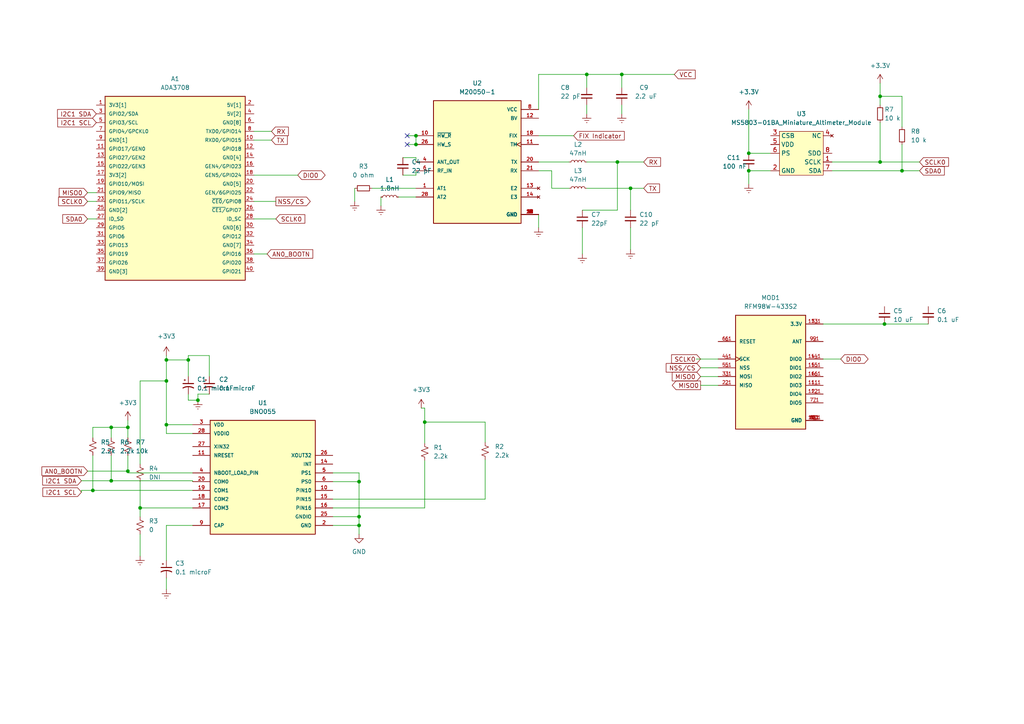
<source format=kicad_sch>
(kicad_sch (version 20211123) (generator eeschema)
  (paper "A4")
  (title_block (date "2022-09-18") (rev "v01") (comment 1 "Hong-Ye Wang") (comment 2 "Neutro") (comment 3 "Testing"))
  (lib_symbols
    (symbol "C_Small_1" (pin_numbers hide) (pin_names (offset 0.254) hide)
      (property "Reference" "C" (at 0.254 1.778 0))
      (property "Value" "C_Small_1" (at 0.254 -2.032 0))
      (symbol "C_Small_1_0_1"
        (polyline (pts (xy -1.524 -0.508) (xy 1.524 -0.508)) (stroke (width 0.3302)))
        (polyline (pts (xy -1.524 0.508) (xy 1.524 0.508)) (stroke (width 0.3048)))
      )
      (symbol "C_Small_1_1_1"
        (pin passive line (at 0 2.54 270) (length 2.032) (name "~") (number "1"))
        (pin passive line (at 0 -2.54 90) (length 2.032) (name "~") (number "2"))
      )
    )
    (symbol "Device:C_Polarized_Small_US" (pin_numbers hide) (pin_names (offset 0.254) hide)
      (property "Reference" "C" (at 0.254 1.778 0))
      (property "Value" "C_Polarized_Small_US" (at 0.254 -2.032 0))
      (symbol "C_Polarized_Small_US_0_1"
        (polyline (pts (xy -1.524 0.508) (xy 1.524 0.508)) (stroke (width 0.3048)))
        (polyline (pts (xy -1.27 1.524) (xy -0.762 1.524)))
        (polyline (pts (xy -1.016 1.27) (xy -1.016 1.778)))
        (arc (start 1.524 -0.762) (mid 0 -0.3734) (end -1.524 -0.762) (stroke (width 0.3048)))
      )
      (symbol "C_Polarized_Small_US_1_1"
        (pin passive line (at 0 2.54 270) (length 2.032) (name "~") (number "1"))
        (pin passive line (at 0 -2.54 90) (length 2.032) (name "~") (number "2"))
      )
    )
    (symbol "Device:C_Small" (pin_numbers hide) (pin_names (offset 0.254) hide)
      (property "Reference" "C" (at 0.254 1.778 0))
      (property "Value" "C_Small" (at 0.254 -2.032 0))
      (symbol "C_Small_0_1"
        (polyline (pts (xy -1.524 -0.508) (xy 1.524 -0.508)) (stroke (width 0.3302)))
        (polyline (pts (xy -1.524 0.508) (xy 1.524 0.508)) (stroke (width 0.3048)))
      )
      (symbol "C_Small_1_1"
        (pin passive line (at 0 2.54 270) (length 2.032) (name "~") (number "1"))
        (pin passive line (at 0 -2.54 90) (length 2.032) (name "~") (number "2"))
      )
    )
    (symbol "Device:L_Small" (pin_numbers hide) (pin_names (offset 0.254) hide)
      (property "Reference" "L" (at 0.762 1.016 0))
      (property "Value" "L_Small" (at 0.762 -1.016 0))
      (symbol "L_Small_0_1"
        (arc (start 0 -2.032) (mid 0.508 -1.524) (end 0 -1.016))
        (arc (start 0 -1.016) (mid 0.508 -0.508) (end 0 0))
        (arc (start 0 0) (mid 0.508 0.508) (end 0 1.016))
        (arc (start 0 1.016) (mid 0.508 1.524) (end 0 2.032))
      )
      (symbol "L_Small_1_1"
        (pin passive line (at 0 2.54 270) (length 0.508) (name "~") (number "1"))
        (pin passive line (at 0 -2.54 90) (length 0.508) (name "~") (number "2"))
      )
    )
    (symbol "Device:R_Small" (pin_numbers hide) (pin_names (offset 0.254) hide)
      (property "Reference" "R" (at 0.762 0.508 0))
      (property "Value" "R_Small" (at 0.762 -1.016 0))
      (symbol "R_Small_0_1"
        (rectangle (start -0.762 1.778) (end 0.762 -1.778) (stroke (width 0.2032)))
      )
      (symbol "R_Small_1_1"
        (pin passive line (at 0 2.54 270) (length 0.762) (name "~") (number "1"))
        (pin passive line (at 0 -2.54 90) (length 0.762) (name "~") (number "2"))
      )
    )
    (symbol "Device:R_Small_US" (pin_numbers hide) (pin_names (offset 0.254) hide)
      (property "Reference" "R" (at 0.762 0.508 0))
      (property "Value" "R_Small_US" (at 0.762 -1.016 0))
      (symbol "R_Small_US_1_1"
        (polyline (pts (xy 0 0) (xy 1.016 -0.381) (xy 0 -0.762) (xy -1.016 -1.143) (xy 0 -1.524)))
        (polyline (pts (xy 0 1.524) (xy 1.016 1.143) (xy 0 0.762) (xy -1.016 0.381) (xy 0 0)))
        (pin passive line (at 0 2.54 270) (length 1.016) (name "~") (number "1"))
        (pin passive line (at 0 -2.54 90) (length 1.016) (name "~") (number "2"))
      )
    )
    (symbol "Flight_Instruments:ADA3708" (pin_names (offset 1.016))
      (property "Reference" "A" (at -20.3454 26.6954 0))
      (property "Value" "ADA3708" (at -20.3454 -30.5054 0))
      (symbol "ADA3708_0_0"
        (rectangle (start -20.32 -27.94) (end 20.32 25.4) (stroke (width 0.254)) (fill (type background)))
        (pin power_in line (at -22.86 22.86 0) (length 2.54) (name "3V3[1]") (number "1"))
        (pin bidirectional line (at 22.86 12.7 180) (length 2.54) (name "RXD0/GPIO15") (number "10"))
        (pin bidirectional line (at -22.86 10.16 0) (length 2.54) (name "GPIO17/GEN0") (number "11"))
        (pin bidirectional line (at 22.86 10.16 180) (length 2.54) (name "GPIO18") (number "12"))
        (pin bidirectional line (at -22.86 7.62 0) (length 2.54) (name "GPIO27/GEN2") (number "13"))
        (pin power_in line (at 22.86 7.62 180) (length 2.54) (name "GND[4]") (number "14"))
        (pin bidirectional line (at -22.86 5.08 0) (length 2.54) (name "GPIO22/GEN3") (number "15"))
        (pin bidirectional line (at 22.86 5.08 180) (length 2.54) (name "GEN4/GPIO23") (number "16"))
        (pin power_in line (at -22.86 2.54 0) (length 2.54) (name "3V3[2]") (number "17"))
        (pin bidirectional line (at 22.86 2.54 180) (length 2.54) (name "GEN5/GPIO24") (number "18"))
        (pin bidirectional line (at -22.86 0 0) (length 2.54) (name "GPIO10/MOSI") (number "19"))
        (pin power_in line (at 22.86 22.86 180) (length 2.54) (name "5V[1]") (number "2"))
        (pin power_in line (at 22.86 0 180) (length 2.54) (name "GND[5]") (number "20"))
        (pin bidirectional line (at -22.86 -2.54 0) (length 2.54) (name "GPIO9/MISO") (number "21"))
        (pin bidirectional line (at 22.86 -2.54 180) (length 2.54) (name "GEN/6GPIO25") (number "22"))
        (pin bidirectional line (at -22.86 -5.08 0) (length 2.54) (name "GPIO11/SCLK") (number "23"))
        (pin bidirectional line (at 22.86 -5.08 180) (length 2.54) (name "~{CE0}/GPIO8") (number "24"))
        (pin power_in line (at -22.86 -7.62 0) (length 2.54) (name "GND[2]") (number "25"))
        (pin bidirectional line (at 22.86 -7.62 180) (length 2.54) (name "~{CE1/}GPIO7") (number "26"))
        (pin bidirectional line (at -22.86 -10.16 0) (length 2.54) (name "ID_SD") (number "27"))
        (pin bidirectional line (at 22.86 -10.16 180) (length 2.54) (name "ID_SC") (number "28"))
        (pin bidirectional line (at -22.86 -12.7 0) (length 2.54) (name "GPIO5") (number "29"))
        (pin bidirectional line (at -22.86 20.32 0) (length 2.54) (name "GPIO2/SDA") (number "3"))
        (pin power_in line (at 22.86 -12.7 180) (length 2.54) (name "GND[6]") (number "30"))
        (pin bidirectional line (at -22.86 -15.24 0) (length 2.54) (name "GPIO6") (number "31"))
        (pin bidirectional line (at 22.86 -15.24 180) (length 2.54) (name "GPIO12") (number "32"))
        (pin bidirectional line (at -22.86 -17.78 0) (length 2.54) (name "GPIO13") (number "33"))
        (pin power_in line (at 22.86 -17.78 180) (length 2.54) (name "GND[7]") (number "34"))
        (pin bidirectional line (at -22.86 -20.32 0) (length 2.54) (name "GPIO19") (number "35"))
        (pin bidirectional line (at 22.86 -20.32 180) (length 2.54) (name "GPIO16") (number "36"))
        (pin bidirectional line (at -22.86 -22.86 0) (length 2.54) (name "GPIO26") (number "37"))
        (pin bidirectional line (at 22.86 -22.86 180) (length 2.54) (name "GPIO20") (number "38"))
        (pin power_in line (at -22.86 -25.4 0) (length 2.54) (name "GND[3]") (number "39"))
        (pin power_in line (at 22.86 20.32 180) (length 2.54) (name "5V[2]") (number "4"))
        (pin bidirectional line (at 22.86 -25.4 180) (length 2.54) (name "GPIO21") (number "40"))
        (pin bidirectional line (at -22.86 17.78 0) (length 2.54) (name "GPIO3/SCL") (number "5"))
        (pin power_in line (at 22.86 17.78 180) (length 2.54) (name "GND[8]") (number "6"))
        (pin bidirectional line (at -22.86 15.24 0) (length 2.54) (name "GPIO4/GPCKL0") (number "7"))
        (pin bidirectional line (at 22.86 15.24 180) (length 2.54) (name "TXD0/GPIO14") (number "8"))
        (pin power_in line (at -22.86 12.7 0) (length 2.54) (name "GND[1]") (number "9"))
      )
    )
    (symbol "Flight_Instruments:BNO055" (pin_names (offset 1.016))
      (property "Reference" "U?" (at 0 20.32 0))
      (property "Value" "BNO055" (at 0 17.78 0))
      (symbol "BNO055_0_0"
        (rectangle (start -15.24 -17.78) (end 15.24 15.24) (stroke (width 0.254)) (fill (type background)))
        (pin power_in line (at 20.32 -5.08 180) (length 5.08) (name "PIN10") (number "10"))
        (pin input line (at -20.32 5.08 0) (length 5.08) (name "NRESET") (number "11"))
        (pin output line (at 20.32 2.54 180) (length 5.08) (name "INT") (number "14"))
        (pin power_in line (at 20.32 -7.62 180) (length 5.08) (name "PIN15") (number "15"))
        (pin power_in line (at 20.32 -10.16 180) (length 5.08) (name "PIN16") (number "16"))
        (pin bidirectional line (at -20.32 -10.16 0) (length 5.08) (name "COM3") (number "17"))
        (pin bidirectional line (at -20.32 -7.62 0) (length 5.08) (name "COM2") (number "18"))
        (pin bidirectional line (at -20.32 -5.08 0) (length 5.08) (name "COM1") (number "19"))
        (pin power_in line (at 20.32 -15.24 180) (length 5.08) (name "GND") (number "2"))
        (pin bidirectional line (at -20.32 -2.54 0) (length 5.08) (name "COM0") (number "20"))
        (pin power_in line (at 20.32 -12.7 180) (length 5.08) (name "GNDIO") (number "25"))
        (pin output line (at 20.32 5.08 180) (length 5.08) (name "XOUT32") (number "26"))
        (pin input line (at -20.32 7.62 0) (length 5.08) (name "XIN32") (number "27"))
        (pin power_in line (at -20.32 11.43 0) (length 5.08) (name "VDDIO") (number "28"))
        (pin power_in line (at -20.32 13.97 0) (length 5.08) (name "VDD") (number "3"))
        (pin bidirectional line (at -20.32 0 0) (length 5.08) (name "NBOOT_LOAD_PIN") (number "4"))
        (pin input line (at 20.32 0 180) (length 5.08) (name "PS1") (number "5"))
        (pin input line (at 20.32 -2.54 180) (length 5.08) (name "PS0") (number "6"))
        (pin passive line (at -20.32 -15.24 0) (length 5.08) (name "CAP") (number "9"))
      )
    )
    (symbol "Flight_Instruments:M20050-1" (pin_names (offset 1.016))
      (property "Reference" "U" (at -12.7 18.669 0))
      (property "Value" "M20050-1" (at -12.7 -20.32 0))
      (symbol "M20050-1_0_0"
        (rectangle (start -12.7 -17.78) (end 12.7 17.78) (stroke (width 0.254)) (fill (type background)))
        (pin passive line (at -17.78 -7.62 0) (length 5.08) (name "AT1") (number "1"))
        (pin input line (at -17.78 7.62 0) (length 5.08) (name "~{HW_R}") (number "10"))
        (pin output clock (at 17.78 5.08 180) (length 5.08) (name "TM") (number "11"))
        (pin power_in line (at 17.78 12.7 180) (length 5.08) (name "BV") (number "12"))
        (pin no_connect line (at 17.78 -7.62 180) (length 5.08) (name "E2") (number "13"))
        (pin no_connect line (at 17.78 -10.16 180) (length 5.08) (name "E3") (number "14"))
        (pin power_in line (at 17.78 -15.24 180) (length 5.08) (name "GND") (number "15"))
        (pin power_in line (at 17.78 -15.24 180) (length 5.08) (name "GND") (number "16"))
        (pin power_in line (at 17.78 -15.24 180) (length 5.08) (name "GND") (number "17"))
        (pin output line (at 17.78 7.62 180) (length 5.08) (name "FIX") (number "18"))
        (pin power_in line (at 17.78 -15.24 180) (length 5.08) (name "GND") (number "19"))
        (pin power_in line (at 17.78 -15.24 180) (length 5.08) (name "GND") (number "2"))
        (pin output line (at 17.78 0 180) (length 5.08) (name "TX") (number "20"))
        (pin input line (at 17.78 -2.54 180) (length 5.08) (name "RX") (number "21"))
        (pin power_in line (at 17.78 -15.24 180) (length 5.08) (name "GND") (number "22"))
        (pin power_in line (at 17.78 -15.24 180) (length 5.08) (name "GND") (number "23"))
        (pin power_in line (at 17.78 -15.24 180) (length 5.08) (name "GND") (number "24"))
        (pin power_in line (at 17.78 -15.24 180) (length 5.08) (name "GND") (number "25"))
        (pin input line (at -17.78 5.08 0) (length 5.08) (name "HW_S") (number "26"))
        (pin power_in line (at 17.78 -15.24 180) (length 5.08) (name "GND") (number "27"))
        (pin passive line (at -17.78 -10.16 0) (length 5.08) (name "AT2") (number "28"))
        (pin power_in line (at 17.78 -15.24 180) (length 5.08) (name "GND") (number "3"))
        (pin output line (at -17.78 0 0) (length 5.08) (name "ANT_OUT") (number "4"))
        (pin power_in line (at 17.78 -15.24 180) (length 5.08) (name "GND") (number "5"))
        (pin input line (at -17.78 -2.54 0) (length 5.08) (name "RF_IN") (number "6"))
        (pin power_in line (at 17.78 -15.24 180) (length 5.08) (name "GND") (number "7"))
        (pin power_in line (at 17.78 15.24 180) (length 5.08) (name "VCC") (number "8"))
        (pin power_in line (at 17.78 -15.24 180) (length 5.08) (name "GND") (number "9"))
      )
    )
    (symbol "Flight_Instruments:MS5803-01BA_Miniature_Altimeter_Module"
      (property "Reference" "U?" (at 0 8.89 0))
      (property "Value" "MS5803-01BA_Miniature_Altimeter_Module" (at 0 6.35 0))
      (symbol "MS5803-01BA_Miniature_Altimeter_Module_0_1"
        (rectangle (start -6.35 3.81) (end 6.35 -8.89) (fill (type background)))
      )
      (symbol "MS5803-01BA_Miniature_Altimeter_Module_1_1"
        (pin input line (at 8.89 -5.08 180) (length 2.54) (name "SCLK") (number "1"))
        (pin power_out line (at -8.89 -7.62 0) (length 2.54) (name "GND") (number "2"))
        (pin input line (at -8.89 2.54 0) (length 2.54) (name "CSB") (number "3"))
        (pin no_connect line (at 8.89 2.54 180) (length 2.54) (name "NC") (number "4"))
        (pin power_in line (at -8.89 0 0) (length 2.54) (name "VDD") (number "5"))
        (pin input line (at -8.89 -2.54 0) (length 2.54) (name "PS") (number "6"))
        (pin bidirectional line (at 8.89 -7.62 180) (length 2.54) (name "SDA") (number "7"))
        (pin output line (at 8.89 -2.54 180) (length 2.54) (name "SDO") (number "8"))
      )
    )
    (symbol "Flight_Instruments:RFM98W-433S2" (pin_names (offset 1.016))
      (property "Reference" "MOD" (at -10.16 18.415 0))
      (property "Value" "RFM98W-433S2" (at -7.62 -19.05 0))
      (symbol "RFM98W-433S2_0_0"
        (rectangle (start -10.16 -15.24) (end 10.16 17.78) (stroke (width 0.254)) (fill (type background)))
        (pin power_in line (at 15.24 -12.7 180) (length 5.08) (name "GND") (number "1"))
        (pin power_in line (at 15.24 -12.7 180) (length 5.08) (name "GND") (number "10"))
        (pin power_in line (at 15.24 -12.7 180) (length 5.08) (name "GND") (number "10_1"))
        (pin bidirectional line (at 15.24 -2.54 180) (length 5.08) (name "DIO3") (number "11"))
        (pin bidirectional line (at 15.24 -2.54 180) (length 5.08) (name "DIO3") (number "11_1"))
        (pin bidirectional line (at 15.24 -5.08 180) (length 5.08) (name "DIO4") (number "12"))
        (pin bidirectional line (at 15.24 -5.08 180) (length 5.08) (name "DIO4") (number "12_1"))
        (pin power_in line (at 15.24 15.24 180) (length 5.08) (name "3.3V") (number "13"))
        (pin power_in line (at 15.24 15.24 180) (length 5.08) (name "3.3V") (number "13_1"))
        (pin bidirectional line (at 15.24 5.08 180) (length 5.08) (name "DIO0") (number "14"))
        (pin bidirectional line (at 15.24 5.08 180) (length 5.08) (name "DIO0") (number "14_1"))
        (pin bidirectional line (at 15.24 2.54 180) (length 5.08) (name "DIO1") (number "15"))
        (pin bidirectional line (at 15.24 2.54 180) (length 5.08) (name "DIO1") (number "15_1"))
        (pin bidirectional line (at 15.24 0 180) (length 5.08) (name "DIO2") (number "16"))
        (pin bidirectional line (at 15.24 0 180) (length 5.08) (name "DIO2") (number "16_1"))
        (pin power_in line (at 15.24 -12.7 180) (length 5.08) (name "GND") (number "1_1"))
        (pin output line (at -15.24 -2.54 0) (length 5.08) (name "MISO") (number "2"))
        (pin output line (at -15.24 -2.54 0) (length 5.08) (name "MISO") (number "2_1"))
        (pin input line (at -15.24 0 0) (length 5.08) (name "MOSI") (number "3"))
        (pin input line (at -15.24 0 0) (length 5.08) (name "MOSI") (number "3_1"))
        (pin input clock (at -15.24 5.08 0) (length 5.08) (name "SCK") (number "4"))
        (pin input clock (at -15.24 5.08 0) (length 5.08) (name "SCK") (number "4_1"))
        (pin input line (at -15.24 2.54 0) (length 5.08) (name "NSS") (number "5"))
        (pin input line (at -15.24 2.54 0) (length 5.08) (name "NSS") (number "5_1"))
        (pin bidirectional line (at -15.24 10.16 0) (length 5.08) (name "RESET") (number "6"))
        (pin bidirectional line (at -15.24 10.16 0) (length 5.08) (name "RESET") (number "6_1"))
        (pin bidirectional line (at 15.24 -7.62 180) (length 5.08) (name "DIO5") (number "7"))
        (pin bidirectional line (at 15.24 -7.62 180) (length 5.08) (name "DIO5") (number "7_1"))
        (pin power_in line (at 15.24 -12.7 180) (length 5.08) (name "GND") (number "8"))
        (pin power_in line (at 15.24 -12.7 180) (length 5.08) (name "GND") (number "8_1"))
        (pin bidirectional line (at 15.24 10.16 180) (length 5.08) (name "ANT") (number "9"))
        (pin bidirectional line (at 15.24 10.16 180) (length 5.08) (name "ANT") (number "9_1"))
      )
    )
    (symbol "power:+3.3V" (power) (pin_names (offset 0))
      (property "Value" "+3.3V" (at 0 3.556 0))
      (symbol "+3.3V_0_1"
        (polyline (pts (xy -0.762 1.27) (xy 0 2.54)))
        (polyline (pts (xy 0 0) (xy 0 2.54)))
        (polyline (pts (xy 0 2.54) (xy 0.762 1.27)))
      )
      (symbol "+3.3V_1_1"
        (pin power_in line (at 0 0 90) (length 0) hide (name "+3.3V") (number "1"))
      )
    )
    (symbol "power:+3V3" (power) (pin_names (offset 0))
      (property "Value" "+3V3" (at 0 3.556 0))
      (symbol "+3V3_0_1"
        (polyline (pts (xy -0.762 1.27) (xy 0 2.54)))
        (polyline (pts (xy 0 0) (xy 0 2.54)))
        (polyline (pts (xy 0 2.54) (xy 0.762 1.27)))
      )
      (symbol "+3V3_1_1"
        (pin power_in line (at 0 0 90) (length 0) hide (name "+3V3") (number "1"))
      )
    )
    (symbol "power:Earth" (power) (pin_names (offset 0))
      (symbol "Earth_0_1"
        (polyline (pts (xy -0.635 -1.905) (xy 0.635 -1.905)))
        (polyline (pts (xy -0.127 -2.54) (xy 0.127 -2.54)))
        (polyline (pts (xy 0 -1.27) (xy 0 0)))
        (polyline (pts (xy 1.27 -1.27) (xy -1.27 -1.27)))
      )
      (symbol "Earth_1_1"
        (pin power_in line (at 0 0 270) (length 0) hide (name "Earth") (number "1"))
      )
    )
    (symbol "power:GND" (power) (pin_names (offset 0))
      (property "Value" "GND" (at 0 -3.81 0))
      (symbol "GND_0_1"
        (polyline (pts (xy 0 0) (xy 0 -1.27) (xy 1.27 -1.27) (xy 0 -2.54) (xy -1.27 -1.27) (xy 0 -1.27)))
      )
      (symbol "GND_1_1"
        (pin power_in line (at 0 0 270) (length 0) hide (name "GND") (number "1"))
      )
    )
  )
  (junction (at 54.61 104.394))
  (junction (at 217.17 44.45))
  (junction (at 182.88 54.61))
  (junction (at 48.26 110.49))
  (junction (at 123.19 122.428))
  (junction (at 57.404 116.078))
  (junction (at 37.084 136.652))
  (junction (at 256.54 93.98))
  (junction (at 32.258 123.952))
  (junction (at 104.14 139.7))
  (junction (at 104.14 149.86))
  (junction (at 48.26 123.19))
  (junction (at 120.65 41.91))
  (junction (at 170.18 21.59))
  (junction (at 261.62 49.53))
  (junction (at 32.258 139.446))
  (junction (at 48.26 104.394))
  (junction (at 120.65 39.37))
  (junction (at 217.17 49.53))
  (junction (at 255.27 27.94))
  (junction (at 104.14 152.4))
  (junction (at 40.64 147.32))
  (junction (at 37.084 123.952))
  (junction (at 26.924 142.24))
  (junction (at 179.07 46.99))
  (junction (at 180.34 21.59))
  (junction (at 255.27 46.99))
  (no_connect (at 118.11 39.37))
  (no_connect (at 118.11 41.91))
  (wire (pts (xy 123.19 122.428) (xy 140.716 122.428)))
  (wire (pts (xy 40.64 134.62) (xy 40.64 110.49)))
  (wire (pts (xy 54.61 103.124) (xy 54.61 104.394)))
  (wire (pts (xy 107.95 54.61) (xy 120.65 54.61)))
  (wire (pts (xy 140.716 144.78) (xy 140.716 133.35)))
  (wire (pts (xy 120.65 39.37) (xy 120.65 41.91)))
  (wire (pts (xy 261.62 49.53) (xy 266.7 49.53)))
  (wire (pts (xy 57.404 116.078) (xy 54.61 116.078)))
  (wire (pts (xy 160.02 54.61) (xy 160.02 49.53)))
  (wire (pts (xy 37.084 136.652) (xy 37.084 132.08)))
  (wire (pts (xy 180.34 25.4) (xy 180.34 21.59)))
  (wire (pts (xy 104.14 137.16) (xy 104.14 139.7)))
  (wire (pts (xy 180.34 21.59) (xy 195.58 21.59)))
  (wire (pts (xy 96.52 139.7) (xy 104.14 139.7)))
  (wire (pts (xy 25.4 55.88) (xy 27.94 55.88)))
  (wire (pts (xy 170.18 21.59) (xy 180.34 21.59)))
  (wire (pts (xy 26.924 132.08) (xy 26.924 142.24)))
  (wire (pts (xy 116.84 50.8) (xy 120.65 50.8)))
  (wire (pts (xy 48.26 103.124) (xy 48.26 104.394)))
  (wire (pts (xy 255.27 35.56) (xy 255.27 46.99)))
  (wire (pts (xy 25.4 136.652) (xy 37.084 136.652)))
  (wire (pts (xy 96.52 147.32) (xy 123.19 147.32)))
  (wire (pts (xy 57.404 114.3) (xy 57.404 116.078)))
  (wire (pts (xy 32.258 139.446) (xy 55.88 139.446)))
  (wire (pts (xy 40.64 147.32) (xy 55.88 147.32)))
  (wire (pts (xy 116.84 45.72) (xy 120.65 45.72)))
  (wire (pts (xy 168.91 60.96) (xy 179.07 60.96)))
  (wire (pts (xy 26.924 127) (xy 26.924 123.952)))
  (wire (pts (xy 40.64 154.94) (xy 40.64 161.29)))
  (wire (pts (xy 179.07 46.99) (xy 186.69 46.99)))
  (wire (pts (xy 179.07 60.96) (xy 179.07 46.99)))
  (wire (pts (xy 123.19 122.428) (xy 123.19 118.364)))
  (wire (pts (xy 261.62 27.94) (xy 261.62 36.83)))
  (wire (pts (xy 123.19 128.524) (xy 123.19 122.428)))
  (wire (pts (xy 255.27 27.94) (xy 261.62 27.94)))
  (wire (pts (xy 120.65 45.72) (xy 120.65 46.99)))
  (wire (pts (xy 54.61 116.078) (xy 54.61 114.3)))
  (wire (pts (xy 168.91 66.04) (xy 168.91 73.66)))
  (wire (pts (xy 170.18 46.99) (xy 179.07 46.99)))
  (wire (pts (xy 32.258 132.08) (xy 32.258 139.446)))
  (wire (pts (xy 48.26 167.64) (xy 48.26 170.942)))
  (wire (pts (xy 118.11 39.37) (xy 120.65 39.37)))
  (wire (pts (xy 77.47 73.66) (xy 73.66 73.66)))
  (wire (pts (xy 120.65 49.53) (xy 120.65 50.8)))
  (wire (pts (xy 123.19 147.32) (xy 123.19 133.604)))
  (wire (pts (xy 55.88 123.19) (xy 48.26 123.19)))
  (wire (pts (xy 156.21 62.23) (xy 156.21 66.04)))
  (wire (pts (xy 37.084 123.952) (xy 37.084 127)))
  (wire (pts (xy 37.084 121.92) (xy 37.084 123.952)))
  (wire (pts (xy 156.21 46.99) (xy 165.1 46.99)))
  (wire (pts (xy 170.18 21.59) (xy 170.18 25.4)))
  (wire (pts (xy 23.622 139.446) (xy 32.258 139.446)))
  (wire (pts (xy 37.084 137.16) (xy 37.084 136.652)))
  (wire (pts (xy 48.26 123.19) (xy 48.26 110.49)))
  (wire (pts (xy 25.4 63.5) (xy 27.94 63.5)))
  (wire (pts (xy 118.11 41.91) (xy 120.65 41.91)))
  (wire (pts (xy 48.26 104.394) (xy 54.61 104.394)))
  (wire (pts (xy 102.87 54.61) (xy 102.87 58.42)))
  (wire (pts (xy 23.622 142.24) (xy 23.622 142.748)))
  (wire (pts (xy 26.924 142.24) (xy 23.622 142.24)))
  (wire (pts (xy 156.21 31.75) (xy 156.21 21.59)))
  (wire (pts (xy 32.258 123.952) (xy 37.084 123.952)))
  (wire (pts (xy 110.49 57.15) (xy 110.49 59.69)))
  (wire (pts (xy 48.26 125.73) (xy 48.26 123.19)))
  (wire (pts (xy 96.52 137.16) (xy 104.14 137.16)))
  (wire (pts (xy 170.18 54.61) (xy 182.88 54.61)))
  (wire (pts (xy 180.34 30.48) (xy 180.34 33.02)))
  (wire (pts (xy 104.14 152.4) (xy 96.52 152.4)))
  (wire (pts (xy 140.716 128.27) (xy 140.716 122.428)))
  (wire (pts (xy 217.17 44.45) (xy 223.52 44.45)))
  (wire (pts (xy 170.18 30.48) (xy 170.18 33.02)))
  (wire (pts (xy 48.26 152.4) (xy 48.26 162.56)))
  (wire (pts (xy 160.02 49.53) (xy 156.21 49.53)))
  (wire (pts (xy 255.27 46.99) (xy 266.7 46.99)))
  (wire (pts (xy 73.66 63.5) (xy 80.01 63.5)))
  (wire (pts (xy 25.4 58.42) (xy 27.94 58.42)))
  (wire (pts (xy 48.26 152.4) (xy 55.88 152.4)))
  (wire (pts (xy 255.27 27.94) (xy 255.27 30.48)))
  (wire (pts (xy 217.17 49.53) (xy 217.17 53.34)))
  (wire (pts (xy 203.2 111.76) (xy 208.28 111.76)))
  (wire (pts (xy 123.19 118.364) (xy 122.174 118.364)))
  (wire (pts (xy 26.924 123.952) (xy 32.258 123.952)))
  (wire (pts (xy 217.17 49.53) (xy 223.52 49.53)))
  (wire (pts (xy 182.88 66.04) (xy 182.88 72.39)))
  (wire (pts (xy 261.62 41.91) (xy 261.62 49.53)))
  (wire (pts (xy 182.88 54.61) (xy 182.88 60.96)))
  (wire (pts (xy 217.17 31.75) (xy 217.17 44.45)))
  (wire (pts (xy 256.54 93.98) (xy 269.24 93.98)))
  (wire (pts (xy 55.88 142.24) (xy 26.924 142.24)))
  (wire (pts (xy 40.64 139.7) (xy 40.64 147.32)))
  (wire (pts (xy 241.3 46.99) (xy 255.27 46.99)))
  (wire (pts (xy 104.14 139.7) (xy 104.14 149.86)))
  (wire (pts (xy 55.88 137.16) (xy 37.084 137.16)))
  (wire (pts (xy 60.706 103.124) (xy 60.706 109.22)))
  (wire (pts (xy 40.64 147.32) (xy 40.64 149.86)))
  (wire (pts (xy 156.21 39.37) (xy 166.37 39.37)))
  (wire (pts (xy 238.76 104.14) (xy 243.84 104.14)))
  (wire (pts (xy 203.2 106.68) (xy 208.28 106.68)))
  (wire (pts (xy 54.61 104.394) (xy 54.61 109.22)))
  (wire (pts (xy 201.93 104.14) (xy 208.28 104.14)))
  (wire (pts (xy 104.14 152.4) (xy 104.14 154.94)))
  (wire (pts (xy 55.88 139.446) (xy 55.88 139.7)))
  (wire (pts (xy 160.02 54.61) (xy 165.1 54.61)))
  (wire (pts (xy 32.258 127) (xy 32.258 123.952)))
  (wire (pts (xy 104.14 149.86) (xy 104.14 152.4)))
  (wire (pts (xy 73.66 40.64) (xy 78.74 40.64)))
  (wire (pts (xy 73.66 50.8) (xy 86.36 50.8)))
  (wire (pts (xy 238.76 93.98) (xy 256.54 93.98)))
  (wire (pts (xy 54.61 103.124) (xy 60.706 103.124)))
  (wire (pts (xy 241.3 49.53) (xy 261.62 49.53)))
  (wire (pts (xy 182.88 54.61) (xy 186.69 54.61)))
  (wire (pts (xy 96.52 149.86) (xy 104.14 149.86)))
  (wire (pts (xy 48.26 110.49) (xy 48.26 104.394)))
  (wire (pts (xy 203.2 109.22) (xy 208.28 109.22)))
  (wire (pts (xy 73.66 38.1) (xy 78.74 38.1)))
  (wire (pts (xy 156.21 21.59) (xy 170.18 21.59)))
  (wire (pts (xy 255.27 24.13) (xy 255.27 27.94)))
  (wire (pts (xy 73.66 58.42) (xy 80.01 58.42)))
  (wire (pts (xy 115.57 57.15) (xy 120.65 57.15)))
  (wire (pts (xy 60.706 114.3) (xy 57.404 114.3)))
  (wire (pts (xy 55.88 125.73) (xy 48.26 125.73)))
  (wire (pts (xy 96.52 144.78) (xy 140.716 144.78)))
  (wire (pts (xy 40.64 110.49) (xy 48.26 110.49)))
  (global_label "MISO0" (shape output) (at 203.2 111.76 180) (property "Intersheet References" "${INTERSHEET_REFS}" (effects hide)))
  (global_label "SCLK0" (shape input) (at 266.7 46.99 0) (property "Intersheet References" "${INTERSHEET_REFS}" (effects hide)))
  (global_label "SDA0" (shape input) (at 25.4 63.5 180) (property "Intersheet References" "${INTERSHEET_REFS}" (effects hide)))
  (global_label "I2C1 SDA" (shape input) (at 23.622 139.446 180) (property "Intersheet References" "${INTERSHEET_REFS}" (effects hide)))
  (global_label "RX" (shape input) (at 186.69 46.99 0) (property "Intersheet References" "${INTERSHEET_REFS}" (effects hide)))
  (global_label "SCLK0" (shape input) (at 203.2 104.14 180) (property "Intersheet References" "${INTERSHEET_REFS}" (effects hide)))
  (global_label "AN0_BOOTN" (shape input) (at 77.47 73.66 0) (property "Intersheet References" "${INTERSHEET_REFS}" (effects hide)))
  (global_label "I2C1 SCL" (shape input) (at 23.622 142.748 180) (property "Intersheet References" "${INTERSHEET_REFS}" (effects hide)))
  (global_label "TX" (shape input) (at 78.74 40.64 0) (property "Intersheet References" "${INTERSHEET_REFS}" (effects hide)))
  (global_label "VCC" (shape input) (at 195.58 21.59 0) (property "Intersheet References" "${INTERSHEET_REFS}" (effects hide)))
  (global_label "DIO0" (shape bidirectional) (at 86.36 50.8 0) (property "Intersheet References" "${INTERSHEET_REFS}" (effects hide)))
  (global_label "RX" (shape input) (at 78.74 38.1 0) (property "Intersheet References" "${INTERSHEET_REFS}" (effects hide)))
  (global_label "I2C1 SCL" (shape input) (at 27.94 35.56 180) (property "Intersheet References" "${INTERSHEET_REFS}" (effects hide)))
  (global_label "SCLK0" (shape input) (at 80.01 63.5 0) (property "Intersheet References" "${INTERSHEET_REFS}" (effects hide)))
  (global_label "MISO0" (shape input) (at 203.2 109.22 180) (property "Intersheet References" "${INTERSHEET_REFS}" (effects hide)))
  (global_label "I2C1 SDA" (shape input) (at 27.94 33.02 180) (property "Intersheet References" "${INTERSHEET_REFS}" (effects hide)))
  (global_label "TX" (shape input) (at 186.69 54.61 0) (property "Intersheet References" "${INTERSHEET_REFS}" (effects hide)))
  (global_label "MISO0" (shape input) (at 25.4 55.88 180) (property "Intersheet References" "${INTERSHEET_REFS}" (effects hide)))
  (global_label "AN0_BOOTN" (shape input) (at 25.4 136.652 180) (property "Intersheet References" "${INTERSHEET_REFS}" (effects hide)))
  (global_label "NSS{slash}CS" (shape input) (at 203.2 106.68 180) (property "Intersheet References" "${INTERSHEET_REFS}" (effects hide)))
  (global_label "SDA0" (shape input) (at 266.7 49.53 0) (property "Intersheet References" "${INTERSHEET_REFS}" (effects hide)))
  (global_label "FIX Indicator" (shape input) (at 166.37 39.37 0) (property "Intersheet References" "${INTERSHEET_REFS}" (effects hide)))
  (global_label "SCLK0" (shape input) (at 25.4 58.42 180) (property "Intersheet References" "${INTERSHEET_REFS}" (effects hide)))
  (global_label "DIO0" (shape bidirectional) (at 243.84 104.14 0) (property "Intersheet References" "${INTERSHEET_REFS}" (effects hide)))
  (global_label "NSS{slash}CS" (shape output) (at 80.01 58.42 0) (property "Intersheet References" "${INTERSHEET_REFS}" (effects hide)))
  (symbol (lib_id "Device:R_Small_US") (at 32.258 129.54 0) (unit 1)
    (property "Reference" "R6" (at 34.798 128.2699 0) (effects (justify left)))
    (property "Value" "2.2k" (at 34.798 130.8099 0) (effects (justify left)))
  )
  (symbol (lib_id "Device:C_Small") (at 217.17 46.99 180) (unit 1)
    (property "Reference" "C11" (at 210.82 45.72 0) (effects (justify right)))
    (property "Value" "100 nF" (at 209.55 48.26 0) (effects (justify right)))
  )
  (symbol (lib_id "Flight_Instruments:M20050-1") (at 138.43 46.99 0) (unit 1)
    (property "Reference" "U2" (at 138.43 24.13 0))
    (property "Value" "M20050-1" (at 138.43 26.67 0))
    (property "Footprint" "XCVR_M20050-1" (effects hide))
    (property "MAXIMUM_PACKAGE_HEIGHT" "2.0 mm" (effects hide))
    (property "MANUFACTURER" "Antenova" (effects hide))
    (property "PARTREV" "M20050-1-PS-2.01" (effects hide))
    (property "STANDARD" "Manufacturer Recommendations" (effects hide))
  )
  (symbol (lib_id "Flight_Instruments:MS5803-01BA_Miniature_Altimeter_Module") (at 232.41 41.91 0) (unit 1)
    (property "Reference" "U3" (at 232.41 33.02 0))
    (property "Value" "MS5803-01BA_Miniature_Altimeter_Module" (at 232.41 35.56 0))
  )
  (symbol (lib_id "Device:R_Small_US") (at 26.924 129.54 0) (unit 1)
    (property "Reference" "R5" (at 29.21 128.2699 0) (effects (justify left)))
    (property "Value" "2.2k" (at 29.21 130.8099 0) (effects (justify left)))
  )
  (symbol (lib_id "power:Earth") (at 57.404 116.078 0) (unit 1)
    (property "Reference" "#PWR02" (effects hide))
    (property "Value" "Earth" (effects hide))
  )
  (symbol (lib_id "Device:R_Small") (at 261.62 39.37 0) (unit 1)
    (property "Reference" "R8" (at 264.16 38.0999 0) (effects (justify left)))
    (property "Value" "10 k " (at 264.16 40.6399 0) (effects (justify left)))
  )
  (symbol (lib_id "power:Earth") (at 40.64 161.29 0) (unit 1)
    (property "Reference" "#PWR03" (effects hide))
    (property "Value" "Earth" (effects hide))
  )
  (symbol (lib_id "power:Earth") (at 156.21 66.04 0) (unit 1)
    (property "Reference" "#PWR09" (effects hide))
    (property "Value" "Earth" (effects hide))
  )
  (symbol (lib_id "Device:C_Small") (at 256.54 91.44 0) (unit 1)
    (property "Reference" "C5" (at 259.08 90.1762 0) (effects (justify left)))
    (property "Value" "10 uF" (at 259.08 92.7162 0) (effects (justify left)))
  )
  (symbol (lib_id "power:Earth") (at 168.91 73.66 0) (unit 1)
    (property "Reference" "#PWR010" (effects hide))
    (property "Value" "Earth" (effects hide))
  )
  (symbol (lib_id "Device:L_Small") (at 167.64 54.61 90) (unit 1)
    (property "Reference" "L3" (at 167.64 49.53 90))
    (property "Value" "47nH" (at 167.64 52.07 90))
  )
  (symbol (lib_id "power:+3V3") (at 37.084 121.92 0) (unit 1)
    (property "Reference" "#PWR?" (effects hide))
    (property "Value" "+3V3" (at 37.084 116.84 0))
  )
  (symbol (lib_id "power:+3.3V") (at 217.17 31.75 0) (unit 1)
    (property "Reference" "#PWR014" (effects hide))
    (property "Value" "+3.3V" (at 217.17 26.67 0))
  )
  (symbol (lib_id "Device:C_Polarized_Small_US") (at 54.61 111.76 0) (unit 1)
    (property "Reference" "C1" (at 57.15 110.0581 0) (effects (justify left)))
    (property "Value" "0.1 microF" (at 57.15 112.5981 0) (effects (justify left)))
  )
  (symbol (lib_id "Device:C_Small") (at 182.88 63.5 0) (unit 1)
    (property "Reference" "C10" (at 185.42 62.2362 0) (effects (justify left)))
    (property "Value" "22 pF" (at 185.42 64.7762 0) (effects (justify left)))
  )
  (symbol (lib_id "Device:L_Small") (at 167.64 46.99 90) (unit 1)
    (property "Reference" "L2" (at 167.64 41.91 90))
    (property "Value" "47nH" (at 167.64 44.45 90))
  )
  (symbol (lib_id "Device:C_Polarized_Small_US") (at 60.706 111.76 0) (unit 1)
    (property "Reference" "C2" (at 63.5 110.0581 0) (effects (justify left)))
    (property "Value" "0.1 microF" (at 63.5 112.5981 0) (effects (justify left)))
  )
  (symbol (lib_id "Device:R_Small_US") (at 123.19 131.064 0) (unit 1)
    (property "Reference" "R1" (at 125.73 129.7939 0) (effects (justify left)))
    (property "Value" "2.2k" (at 125.73 132.3339 0) (effects (justify left)))
  )
  (symbol (lib_id "Device:C_Small") (at 168.91 63.5 0) (unit 1)
    (property "Reference" "C7" (at 171.45 62.2362 0) (effects (justify left)))
    (property "Value" "22pF" (at 171.45 64.7762 0) (effects (justify left)))
  )
  (symbol (lib_id "power:Earth") (at 48.26 170.942 0) (unit 1)
    (property "Reference" "#PWR04" (effects hide))
    (property "Value" "Earth" (effects hide))
  )
  (symbol (lib_id "power:Earth") (at 102.87 58.42 0) (unit 1)
    (property "Reference" "#PWR05" (effects hide))
    (property "Value" "Earth" (effects hide))
  )
  (symbol (lib_id "power:+3V3") (at 122.174 118.364 0) (unit 1)
    (property "Reference" "#PWR?" (effects hide))
    (property "Value" "+3V3" (at 122.174 113.03 0))
  )
  (symbol (lib_id "power:Earth") (at 170.18 33.02 0) (unit 1)
    (property "Reference" "#PWR011" (effects hide))
    (property "Value" "Earth" (effects hide))
  )
  (symbol (lib_id "power:Earth") (at 182.88 72.39 0) (unit 1)
    (property "Reference" "#PWR013" (effects hide))
    (property "Value" "Earth" (effects hide))
  )
  (symbol (lib_id "Device:R_Small_US") (at 40.64 137.16 0) (unit 1)
    (property "Reference" "R4" (at 43.18 135.8899 0) (effects (justify left)))
    (property "Value" "DNI" (at 43.18 138.4299 0) (effects (justify left)))
  )
  (symbol (lib_id "Device:R_Small_US") (at 37.084 129.54 0) (unit 1)
    (property "Reference" "R7" (at 39.37 128.2699 0) (effects (justify left)))
    (property "Value" "10k" (at 39.37 130.8099 0) (effects (justify left)))
  )
  (symbol (lib_id "Flight_Instruments:ADA3708") (at 50.8 53.34 0) (unit 1)
    (property "Reference" "A1" (at 50.8 22.86 0))
    (property "Value" "ADA3708" (at 50.8 25.4 0))
    (property "Footprint" "ADA3708_RPI-ZERO" (effects hide))
    (property "STANDARD" "MAnufactutrer Recommendations" (effects hide))
    (property "MANUFACTURER" "Raspberry" (effects hide))
  )
  (symbol (lib_id "power:GND") (at 104.14 154.94 0) (unit 1)
    (property "Reference" "#PWR06" (effects hide))
    (property "Value" "GND" (at 104.14 160.02 0))
  )
  (symbol (lib_id "Device:C_Small") (at 180.34 27.94 180) (unit 1)
    (property "Reference" "C9" (at 185.42 25.4 0) (effects (justify right)))
    (property "Value" "2.2 uF" (at 184.15 27.94 0) (effects (justify right)))
  )
  (symbol (lib_id "Device:R_Small") (at 255.27 33.02 0) (unit 1)
    (property "Reference" "R7" (at 256.54 31.75 0) (effects (justify left)))
    (property "Value" "10 k " (at 256.54 34.29 0) (effects (justify left)))
  )
  (symbol (lib_id "Flight_Instruments:RFM98W-433S2") (at 223.52 109.22 0) (unit 1)
    (property "Reference" "MOD1" (at 223.52 86.36 0))
    (property "Value" "RFM98W-433S2" (at 223.52 88.9 0))
    (property "Footprint" "XCVR_RFM98W-433S2" (effects hide))
    (property "STANDARD" "Manufacturer Recommendations" (effects hide))
    (property "MANUFACTURER" "Hoperf" (effects hide))
    (property "PARTREV" "N/A" (effects hide))
  )
  (symbol (lib_id "Device:C_Small") (at 170.18 27.94 180) (unit 1)
    (property "Reference" "C8" (at 162.56 25.4 0) (effects (justify right)))
    (property "Value" "22 pF" (at 162.56 27.94 0) (effects (justify right)))
  )
  (symbol (lib_id "power:+3V3") (at 48.26 103.124 0) (unit 1)
    (property "Reference" "#PWR01" (effects hide))
    (property "Value" "+3V3" (at 48.26 97.536 0))
  )
  (symbol (lib_id "power:Earth") (at 217.17 53.34 0) (unit 1)
    (property "Reference" "#PWR015" (effects hide))
    (property "Value" "Earth" (effects hide))
  )
  (symbol (lib_id "Device:R_Small_US") (at 140.716 130.81 0) (unit 1)
    (property "Reference" "R2" (at 143.51 129.5399 0) (effects (justify left)))
    (property "Value" "2.2k" (at 143.51 132.0799 0) (effects (justify left)))
  )
  (symbol (lib_id "power:+3.3V") (at 255.27 24.13 0) (unit 1)
    (property "Reference" "#PWR016" (effects hide))
    (property "Value" "+3.3V" (at 255.27 19.05 0))
  )
  (symbol (lib_id "Device:C_Polarized_Small_US") (at 48.26 165.1 0) (unit 1)
    (property "Reference" "C3" (at 50.8 163.3981 0) (effects (justify left)))
    (property "Value" "0.1 microF" (at 50.8 165.9381 0) (effects (justify left)))
  )
  (symbol (lib_id "Device:C_Small") (at 269.24 91.44 0) (unit 1)
    (property "Reference" "C6" (at 271.78 90.1762 0) (effects (justify left)))
    (property "Value" "0.1 uF" (at 271.78 92.7162 0) (effects (justify left)))
  )
  (symbol (lib_id "Flight_Instruments:BNO055") (at 76.2 137.16 0) (unit 1)
    (property "Reference" "U1" (at 76.2 116.84 0))
    (property "Value" "BNO055" (at 76.2 119.38 0))
    (property "Footprint" "LGA28R50P4X10_380X520X100" (effects hide))
    (property "MANUFACTURER" "BOSCH" (effects hide))
  )
  (symbol (lib_id "Device:R_Small_US") (at 40.64 152.4 0) (unit 1)
    (property "Reference" "R3" (at 43.18 151.1299 0) (effects (justify left)))
    (property "Value" "0" (at 43.18 153.6699 0) (effects (justify left)))
  )
  (symbol (lib_id "power:Earth") (at 110.49 59.69 0) (unit 1)
    (property "Reference" "#PWR07" (effects hide))
    (property "Value" "Earth" (effects hide))
  )
  (symbol (lib_id "Device:L_Small") (at 113.03 57.15 90) (unit 1)
    (property "Reference" "L1" (at 113.03 52.07 90))
    (property "Value" "1.8nH" (at 113.03 54.61 90))
  )
  (symbol (lib_id "Device:R_Small") (at 105.41 54.61 270) (unit 1)
    (property "Reference" "R3" (at 105.41 48.26 90))
    (property "Value" "0 ohm" (at 105.41 50.8 90))
  )
  (symbol (lib_id "power:Earth") (at 180.34 33.02 0) (unit 1)
    (property "Reference" "#PWR012" (effects hide))
    (property "Value" "Earth" (effects hide))
  )
  (symbol (lib_name "C_Small_1") (lib_id "Device:C_Small") (at 116.84 48.26 180) (unit 1)
    (property "Reference" "C4" (at 119.38 46.9835 0) (effects (justify right)))
    (property "Value" "22 pF" (at 119.38 49.5235 0) (effects (justify right)))
  )
)
</source>
